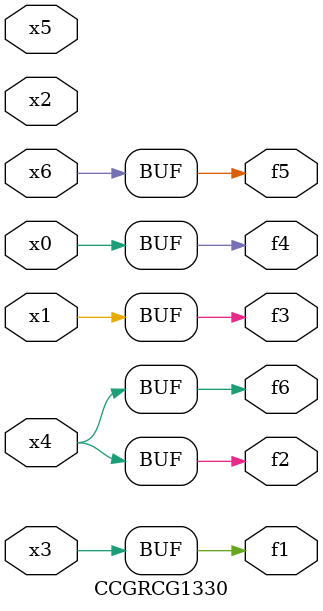
<source format=v>
module CCGRCG1330(
	input x0, x1, x2, x3, x4, x5, x6,
	output f1, f2, f3, f4, f5, f6
);
	assign f1 = x3;
	assign f2 = x4;
	assign f3 = x1;
	assign f4 = x0;
	assign f5 = x6;
	assign f6 = x4;
endmodule

</source>
